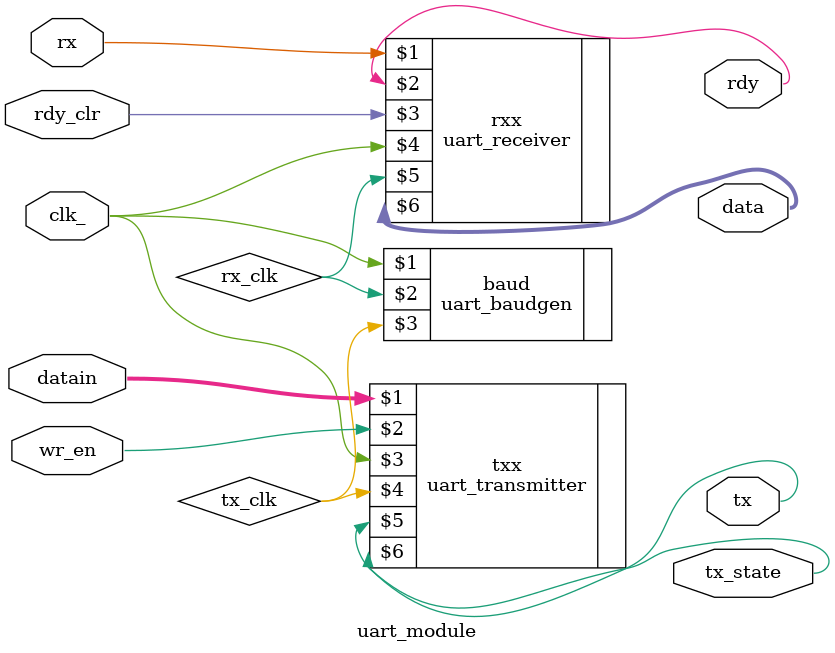
<source format=v>
`timescale 1ns / 1ps
module uart_module(clk_,datain,wr_en,rx,rdy_clr,tx,tx_state,rdy,data);

input clk_;
input  wr_en;
input  rdy_clr;
input  rx;
input  [7:0] datain;
output  tx;
output  tx_state;
output  rdy;
output  [7:0] data;

wire tx_clk,rx_clk;

//module bauarate_gen(input wire clk, output wire rx_clk, output wire tx_clk);

uart_baudgen baud(clk_,rx_clk,tx_clk);
uart_transmitter txx(datain, wr_en,clk_,tx_clk,tx,tx_state);
uart_receiver rxx(rx,rdy,rdy_clr,clk_,rx_clk,data);

endmodule 
</source>
